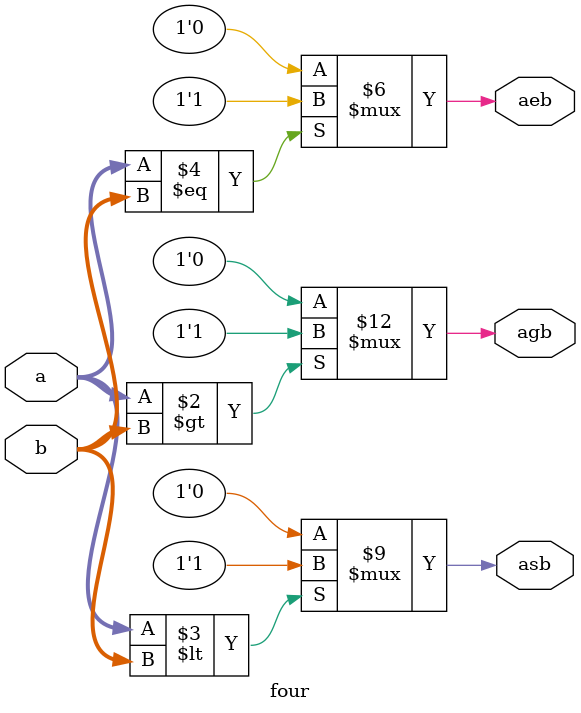
<source format=v>
`timescale 1ns / 1ps
module four(a, b, agb, asb, aeb
    );//g´ú±í´óÓÚs´ú±íÐ¡ÓÚe´ú±íµÈÓÚ
	 input [3:0] a, b;
	 output reg agb, asb, aeb;
	 always @(*)
	 begin
		if(a > b) agb = 1;
		else  agb = 0;
		if(a < b) asb = 1;
		else asb = 0;
		if(a == b) aeb = 1;
		else aeb = 0;
	 end

endmodule

</source>
